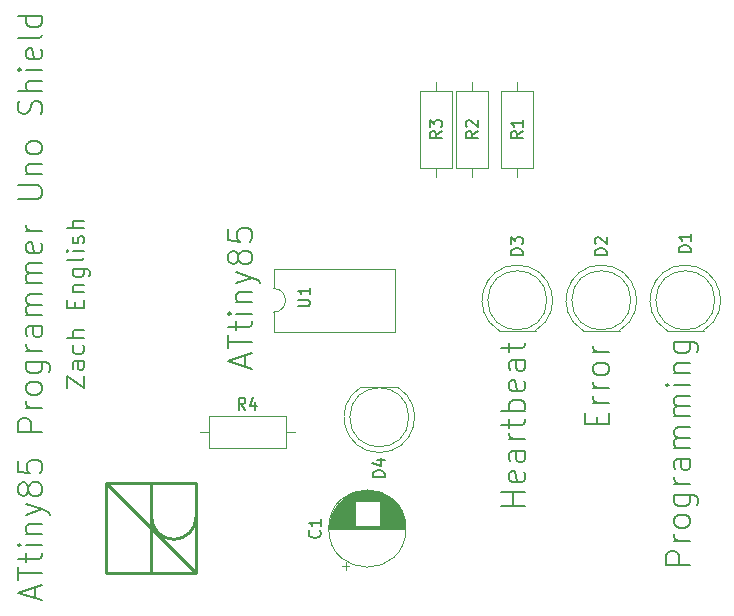
<source format=gbr>
G04 #@! TF.GenerationSoftware,KiCad,Pcbnew,5.1.4+dfsg1-1~bpo10+1*
G04 #@! TF.CreationDate,2021-01-22T14:12:43-08:00*
G04 #@! TF.ProjectId,ATtiny85UnoShield,41547469-6e79-4383-9555-6e6f53686965,rev?*
G04 #@! TF.SameCoordinates,Original*
G04 #@! TF.FileFunction,Legend,Top*
G04 #@! TF.FilePolarity,Positive*
%FSLAX46Y46*%
G04 Gerber Fmt 4.6, Leading zero omitted, Abs format (unit mm)*
G04 Created by KiCad (PCBNEW 5.1.4+dfsg1-1~bpo10+1) date 2021-01-22 14:12:43*
%MOMM*%
%LPD*%
G04 APERTURE LIST*
%ADD10C,0.150000*%
%ADD11C,0.250000*%
%ADD12C,0.120000*%
G04 APERTURE END LIST*
D10*
X108398571Y-83342857D02*
X108398571Y-82342857D01*
X109898571Y-83342857D01*
X109898571Y-82342857D01*
X109898571Y-81128571D02*
X109112857Y-81128571D01*
X108970000Y-81200000D01*
X108898571Y-81342857D01*
X108898571Y-81628571D01*
X108970000Y-81771428D01*
X109827142Y-81128571D02*
X109898571Y-81271428D01*
X109898571Y-81628571D01*
X109827142Y-81771428D01*
X109684285Y-81842857D01*
X109541428Y-81842857D01*
X109398571Y-81771428D01*
X109327142Y-81628571D01*
X109327142Y-81271428D01*
X109255714Y-81128571D01*
X109827142Y-79771428D02*
X109898571Y-79914285D01*
X109898571Y-80200000D01*
X109827142Y-80342857D01*
X109755714Y-80414285D01*
X109612857Y-80485714D01*
X109184285Y-80485714D01*
X109041428Y-80414285D01*
X108970000Y-80342857D01*
X108898571Y-80200000D01*
X108898571Y-79914285D01*
X108970000Y-79771428D01*
X109898571Y-79128571D02*
X108398571Y-79128571D01*
X109898571Y-78485714D02*
X109112857Y-78485714D01*
X108970000Y-78557142D01*
X108898571Y-78700000D01*
X108898571Y-78914285D01*
X108970000Y-79057142D01*
X109041428Y-79128571D01*
X109112857Y-76628571D02*
X109112857Y-76128571D01*
X109898571Y-75914285D02*
X109898571Y-76628571D01*
X108398571Y-76628571D01*
X108398571Y-75914285D01*
X108898571Y-75271428D02*
X109898571Y-75271428D01*
X109041428Y-75271428D02*
X108970000Y-75200000D01*
X108898571Y-75057142D01*
X108898571Y-74842857D01*
X108970000Y-74700000D01*
X109112857Y-74628571D01*
X109898571Y-74628571D01*
X108898571Y-73271428D02*
X110112857Y-73271428D01*
X110255714Y-73342857D01*
X110327142Y-73414285D01*
X110398571Y-73557142D01*
X110398571Y-73771428D01*
X110327142Y-73914285D01*
X109827142Y-73271428D02*
X109898571Y-73414285D01*
X109898571Y-73700000D01*
X109827142Y-73842857D01*
X109755714Y-73914285D01*
X109612857Y-73985714D01*
X109184285Y-73985714D01*
X109041428Y-73914285D01*
X108970000Y-73842857D01*
X108898571Y-73700000D01*
X108898571Y-73414285D01*
X108970000Y-73271428D01*
X109898571Y-72342857D02*
X109827142Y-72485714D01*
X109684285Y-72557142D01*
X108398571Y-72557142D01*
X109898571Y-71771428D02*
X108898571Y-71771428D01*
X108398571Y-71771428D02*
X108470000Y-71842857D01*
X108541428Y-71771428D01*
X108470000Y-71700000D01*
X108398571Y-71771428D01*
X108541428Y-71771428D01*
X109827142Y-71128571D02*
X109898571Y-70985714D01*
X109898571Y-70700000D01*
X109827142Y-70557142D01*
X109684285Y-70485714D01*
X109612857Y-70485714D01*
X109470000Y-70557142D01*
X109398571Y-70700000D01*
X109398571Y-70914285D01*
X109327142Y-71057142D01*
X109184285Y-71128571D01*
X109112857Y-71128571D01*
X108970000Y-71057142D01*
X108898571Y-70914285D01*
X108898571Y-70700000D01*
X108970000Y-70557142D01*
X109898571Y-69842857D02*
X108398571Y-69842857D01*
X109898571Y-69200000D02*
X109112857Y-69200000D01*
X108970000Y-69271428D01*
X108898571Y-69414285D01*
X108898571Y-69628571D01*
X108970000Y-69771428D01*
X109041428Y-69842857D01*
X105743333Y-101168285D02*
X105743333Y-100215904D01*
X106314761Y-101358761D02*
X104314761Y-100692095D01*
X106314761Y-100025428D01*
X104314761Y-99644476D02*
X104314761Y-98501619D01*
X106314761Y-99073047D02*
X104314761Y-99073047D01*
X104981428Y-98120666D02*
X104981428Y-97358761D01*
X104314761Y-97834952D02*
X106029047Y-97834952D01*
X106219523Y-97739714D01*
X106314761Y-97549238D01*
X106314761Y-97358761D01*
X106314761Y-96692095D02*
X104981428Y-96692095D01*
X104314761Y-96692095D02*
X104410000Y-96787333D01*
X104505238Y-96692095D01*
X104410000Y-96596857D01*
X104314761Y-96692095D01*
X104505238Y-96692095D01*
X104981428Y-95739714D02*
X106314761Y-95739714D01*
X105171904Y-95739714D02*
X105076666Y-95644476D01*
X104981428Y-95454000D01*
X104981428Y-95168285D01*
X105076666Y-94977809D01*
X105267142Y-94882571D01*
X106314761Y-94882571D01*
X104981428Y-94120666D02*
X106314761Y-93644476D01*
X104981428Y-93168285D02*
X106314761Y-93644476D01*
X106790952Y-93834952D01*
X106886190Y-93930190D01*
X106981428Y-94120666D01*
X105171904Y-92120666D02*
X105076666Y-92311142D01*
X104981428Y-92406380D01*
X104790952Y-92501619D01*
X104695714Y-92501619D01*
X104505238Y-92406380D01*
X104410000Y-92311142D01*
X104314761Y-92120666D01*
X104314761Y-91739714D01*
X104410000Y-91549238D01*
X104505238Y-91454000D01*
X104695714Y-91358761D01*
X104790952Y-91358761D01*
X104981428Y-91454000D01*
X105076666Y-91549238D01*
X105171904Y-91739714D01*
X105171904Y-92120666D01*
X105267142Y-92311142D01*
X105362380Y-92406380D01*
X105552857Y-92501619D01*
X105933809Y-92501619D01*
X106124285Y-92406380D01*
X106219523Y-92311142D01*
X106314761Y-92120666D01*
X106314761Y-91739714D01*
X106219523Y-91549238D01*
X106124285Y-91454000D01*
X105933809Y-91358761D01*
X105552857Y-91358761D01*
X105362380Y-91454000D01*
X105267142Y-91549238D01*
X105171904Y-91739714D01*
X104314761Y-89549238D02*
X104314761Y-90501619D01*
X105267142Y-90596857D01*
X105171904Y-90501619D01*
X105076666Y-90311142D01*
X105076666Y-89834952D01*
X105171904Y-89644476D01*
X105267142Y-89549238D01*
X105457619Y-89454000D01*
X105933809Y-89454000D01*
X106124285Y-89549238D01*
X106219523Y-89644476D01*
X106314761Y-89834952D01*
X106314761Y-90311142D01*
X106219523Y-90501619D01*
X106124285Y-90596857D01*
X106314761Y-87073047D02*
X104314761Y-87073047D01*
X104314761Y-86311142D01*
X104410000Y-86120666D01*
X104505238Y-86025428D01*
X104695714Y-85930190D01*
X104981428Y-85930190D01*
X105171904Y-86025428D01*
X105267142Y-86120666D01*
X105362380Y-86311142D01*
X105362380Y-87073047D01*
X106314761Y-85073047D02*
X104981428Y-85073047D01*
X105362380Y-85073047D02*
X105171904Y-84977809D01*
X105076666Y-84882571D01*
X104981428Y-84692095D01*
X104981428Y-84501619D01*
X106314761Y-83549238D02*
X106219523Y-83739714D01*
X106124285Y-83834952D01*
X105933809Y-83930190D01*
X105362380Y-83930190D01*
X105171904Y-83834952D01*
X105076666Y-83739714D01*
X104981428Y-83549238D01*
X104981428Y-83263523D01*
X105076666Y-83073047D01*
X105171904Y-82977809D01*
X105362380Y-82882571D01*
X105933809Y-82882571D01*
X106124285Y-82977809D01*
X106219523Y-83073047D01*
X106314761Y-83263523D01*
X106314761Y-83549238D01*
X104981428Y-81168285D02*
X106600476Y-81168285D01*
X106790952Y-81263523D01*
X106886190Y-81358761D01*
X106981428Y-81549238D01*
X106981428Y-81834952D01*
X106886190Y-82025428D01*
X106219523Y-81168285D02*
X106314761Y-81358761D01*
X106314761Y-81739714D01*
X106219523Y-81930190D01*
X106124285Y-82025428D01*
X105933809Y-82120666D01*
X105362380Y-82120666D01*
X105171904Y-82025428D01*
X105076666Y-81930190D01*
X104981428Y-81739714D01*
X104981428Y-81358761D01*
X105076666Y-81168285D01*
X106314761Y-80215904D02*
X104981428Y-80215904D01*
X105362380Y-80215904D02*
X105171904Y-80120666D01*
X105076666Y-80025428D01*
X104981428Y-79834952D01*
X104981428Y-79644476D01*
X106314761Y-78120666D02*
X105267142Y-78120666D01*
X105076666Y-78215904D01*
X104981428Y-78406380D01*
X104981428Y-78787333D01*
X105076666Y-78977809D01*
X106219523Y-78120666D02*
X106314761Y-78311142D01*
X106314761Y-78787333D01*
X106219523Y-78977809D01*
X106029047Y-79073047D01*
X105838571Y-79073047D01*
X105648095Y-78977809D01*
X105552857Y-78787333D01*
X105552857Y-78311142D01*
X105457619Y-78120666D01*
X106314761Y-77168285D02*
X104981428Y-77168285D01*
X105171904Y-77168285D02*
X105076666Y-77073047D01*
X104981428Y-76882571D01*
X104981428Y-76596857D01*
X105076666Y-76406380D01*
X105267142Y-76311142D01*
X106314761Y-76311142D01*
X105267142Y-76311142D02*
X105076666Y-76215904D01*
X104981428Y-76025428D01*
X104981428Y-75739714D01*
X105076666Y-75549238D01*
X105267142Y-75454000D01*
X106314761Y-75454000D01*
X106314761Y-74501619D02*
X104981428Y-74501619D01*
X105171904Y-74501619D02*
X105076666Y-74406380D01*
X104981428Y-74215904D01*
X104981428Y-73930190D01*
X105076666Y-73739714D01*
X105267142Y-73644476D01*
X106314761Y-73644476D01*
X105267142Y-73644476D02*
X105076666Y-73549238D01*
X104981428Y-73358761D01*
X104981428Y-73073047D01*
X105076666Y-72882571D01*
X105267142Y-72787333D01*
X106314761Y-72787333D01*
X106219523Y-71073047D02*
X106314761Y-71263523D01*
X106314761Y-71644476D01*
X106219523Y-71834952D01*
X106029047Y-71930190D01*
X105267142Y-71930190D01*
X105076666Y-71834952D01*
X104981428Y-71644476D01*
X104981428Y-71263523D01*
X105076666Y-71073047D01*
X105267142Y-70977809D01*
X105457619Y-70977809D01*
X105648095Y-71930190D01*
X106314761Y-70120666D02*
X104981428Y-70120666D01*
X105362380Y-70120666D02*
X105171904Y-70025428D01*
X105076666Y-69930190D01*
X104981428Y-69739714D01*
X104981428Y-69549238D01*
X104314761Y-67358761D02*
X105933809Y-67358761D01*
X106124285Y-67263523D01*
X106219523Y-67168285D01*
X106314761Y-66977809D01*
X106314761Y-66596857D01*
X106219523Y-66406380D01*
X106124285Y-66311142D01*
X105933809Y-66215904D01*
X104314761Y-66215904D01*
X104981428Y-65263523D02*
X106314761Y-65263523D01*
X105171904Y-65263523D02*
X105076666Y-65168285D01*
X104981428Y-64977809D01*
X104981428Y-64692095D01*
X105076666Y-64501619D01*
X105267142Y-64406380D01*
X106314761Y-64406380D01*
X106314761Y-63168285D02*
X106219523Y-63358761D01*
X106124285Y-63454000D01*
X105933809Y-63549238D01*
X105362380Y-63549238D01*
X105171904Y-63454000D01*
X105076666Y-63358761D01*
X104981428Y-63168285D01*
X104981428Y-62882571D01*
X105076666Y-62692095D01*
X105171904Y-62596857D01*
X105362380Y-62501619D01*
X105933809Y-62501619D01*
X106124285Y-62596857D01*
X106219523Y-62692095D01*
X106314761Y-62882571D01*
X106314761Y-63168285D01*
X106219523Y-60215904D02*
X106314761Y-59930190D01*
X106314761Y-59454000D01*
X106219523Y-59263523D01*
X106124285Y-59168285D01*
X105933809Y-59073047D01*
X105743333Y-59073047D01*
X105552857Y-59168285D01*
X105457619Y-59263523D01*
X105362380Y-59454000D01*
X105267142Y-59834952D01*
X105171904Y-60025428D01*
X105076666Y-60120666D01*
X104886190Y-60215904D01*
X104695714Y-60215904D01*
X104505238Y-60120666D01*
X104410000Y-60025428D01*
X104314761Y-59834952D01*
X104314761Y-59358761D01*
X104410000Y-59073047D01*
X106314761Y-58215904D02*
X104314761Y-58215904D01*
X106314761Y-57358761D02*
X105267142Y-57358761D01*
X105076666Y-57454000D01*
X104981428Y-57644476D01*
X104981428Y-57930190D01*
X105076666Y-58120666D01*
X105171904Y-58215904D01*
X106314761Y-56406380D02*
X104981428Y-56406380D01*
X104314761Y-56406380D02*
X104410000Y-56501619D01*
X104505238Y-56406380D01*
X104410000Y-56311142D01*
X104314761Y-56406380D01*
X104505238Y-56406380D01*
X106219523Y-54692095D02*
X106314761Y-54882571D01*
X106314761Y-55263523D01*
X106219523Y-55454000D01*
X106029047Y-55549238D01*
X105267142Y-55549238D01*
X105076666Y-55454000D01*
X104981428Y-55263523D01*
X104981428Y-54882571D01*
X105076666Y-54692095D01*
X105267142Y-54596857D01*
X105457619Y-54596857D01*
X105648095Y-55549238D01*
X106314761Y-53454000D02*
X106219523Y-53644476D01*
X106029047Y-53739714D01*
X104314761Y-53739714D01*
X106314761Y-51834952D02*
X104314761Y-51834952D01*
X106219523Y-51834952D02*
X106314761Y-52025428D01*
X106314761Y-52406380D01*
X106219523Y-52596857D01*
X106124285Y-52692095D01*
X105933809Y-52787333D01*
X105362380Y-52787333D01*
X105171904Y-52692095D01*
X105076666Y-52596857D01*
X104981428Y-52406380D01*
X104981428Y-52025428D01*
X105076666Y-51834952D01*
X123523333Y-81549142D02*
X123523333Y-80596761D01*
X124094761Y-81739619D02*
X122094761Y-81072952D01*
X124094761Y-80406285D01*
X122094761Y-80025333D02*
X122094761Y-78882476D01*
X124094761Y-79453904D02*
X122094761Y-79453904D01*
X122761428Y-78501523D02*
X122761428Y-77739619D01*
X122094761Y-78215809D02*
X123809047Y-78215809D01*
X123999523Y-78120571D01*
X124094761Y-77930095D01*
X124094761Y-77739619D01*
X124094761Y-77072952D02*
X122761428Y-77072952D01*
X122094761Y-77072952D02*
X122190000Y-77168190D01*
X122285238Y-77072952D01*
X122190000Y-76977714D01*
X122094761Y-77072952D01*
X122285238Y-77072952D01*
X122761428Y-76120571D02*
X124094761Y-76120571D01*
X122951904Y-76120571D02*
X122856666Y-76025333D01*
X122761428Y-75834857D01*
X122761428Y-75549142D01*
X122856666Y-75358666D01*
X123047142Y-75263428D01*
X124094761Y-75263428D01*
X122761428Y-74501523D02*
X124094761Y-74025333D01*
X122761428Y-73549142D02*
X124094761Y-74025333D01*
X124570952Y-74215809D01*
X124666190Y-74311047D01*
X124761428Y-74501523D01*
X122951904Y-72501523D02*
X122856666Y-72692000D01*
X122761428Y-72787238D01*
X122570952Y-72882476D01*
X122475714Y-72882476D01*
X122285238Y-72787238D01*
X122190000Y-72692000D01*
X122094761Y-72501523D01*
X122094761Y-72120571D01*
X122190000Y-71930095D01*
X122285238Y-71834857D01*
X122475714Y-71739619D01*
X122570952Y-71739619D01*
X122761428Y-71834857D01*
X122856666Y-71930095D01*
X122951904Y-72120571D01*
X122951904Y-72501523D01*
X123047142Y-72692000D01*
X123142380Y-72787238D01*
X123332857Y-72882476D01*
X123713809Y-72882476D01*
X123904285Y-72787238D01*
X123999523Y-72692000D01*
X124094761Y-72501523D01*
X124094761Y-72120571D01*
X123999523Y-71930095D01*
X123904285Y-71834857D01*
X123713809Y-71739619D01*
X123332857Y-71739619D01*
X123142380Y-71834857D01*
X123047142Y-71930095D01*
X122951904Y-72120571D01*
X122094761Y-69930095D02*
X122094761Y-70882476D01*
X123047142Y-70977714D01*
X122951904Y-70882476D01*
X122856666Y-70692000D01*
X122856666Y-70215809D01*
X122951904Y-70025333D01*
X123047142Y-69930095D01*
X123237619Y-69834857D01*
X123713809Y-69834857D01*
X123904285Y-69930095D01*
X123999523Y-70025333D01*
X124094761Y-70215809D01*
X124094761Y-70692000D01*
X123999523Y-70882476D01*
X123904285Y-70977714D01*
X161178761Y-98328571D02*
X159178761Y-98328571D01*
X159178761Y-97566666D01*
X159274000Y-97376190D01*
X159369238Y-97280952D01*
X159559714Y-97185714D01*
X159845428Y-97185714D01*
X160035904Y-97280952D01*
X160131142Y-97376190D01*
X160226380Y-97566666D01*
X160226380Y-98328571D01*
X161178761Y-96328571D02*
X159845428Y-96328571D01*
X160226380Y-96328571D02*
X160035904Y-96233333D01*
X159940666Y-96138095D01*
X159845428Y-95947619D01*
X159845428Y-95757142D01*
X161178761Y-94804761D02*
X161083523Y-94995238D01*
X160988285Y-95090476D01*
X160797809Y-95185714D01*
X160226380Y-95185714D01*
X160035904Y-95090476D01*
X159940666Y-94995238D01*
X159845428Y-94804761D01*
X159845428Y-94519047D01*
X159940666Y-94328571D01*
X160035904Y-94233333D01*
X160226380Y-94138095D01*
X160797809Y-94138095D01*
X160988285Y-94233333D01*
X161083523Y-94328571D01*
X161178761Y-94519047D01*
X161178761Y-94804761D01*
X159845428Y-92423809D02*
X161464476Y-92423809D01*
X161654952Y-92519047D01*
X161750190Y-92614285D01*
X161845428Y-92804761D01*
X161845428Y-93090476D01*
X161750190Y-93280952D01*
X161083523Y-92423809D02*
X161178761Y-92614285D01*
X161178761Y-92995238D01*
X161083523Y-93185714D01*
X160988285Y-93280952D01*
X160797809Y-93376190D01*
X160226380Y-93376190D01*
X160035904Y-93280952D01*
X159940666Y-93185714D01*
X159845428Y-92995238D01*
X159845428Y-92614285D01*
X159940666Y-92423809D01*
X161178761Y-91471428D02*
X159845428Y-91471428D01*
X160226380Y-91471428D02*
X160035904Y-91376190D01*
X159940666Y-91280952D01*
X159845428Y-91090476D01*
X159845428Y-90900000D01*
X161178761Y-89376190D02*
X160131142Y-89376190D01*
X159940666Y-89471428D01*
X159845428Y-89661904D01*
X159845428Y-90042857D01*
X159940666Y-90233333D01*
X161083523Y-89376190D02*
X161178761Y-89566666D01*
X161178761Y-90042857D01*
X161083523Y-90233333D01*
X160893047Y-90328571D01*
X160702571Y-90328571D01*
X160512095Y-90233333D01*
X160416857Y-90042857D01*
X160416857Y-89566666D01*
X160321619Y-89376190D01*
X161178761Y-88423809D02*
X159845428Y-88423809D01*
X160035904Y-88423809D02*
X159940666Y-88328571D01*
X159845428Y-88138095D01*
X159845428Y-87852380D01*
X159940666Y-87661904D01*
X160131142Y-87566666D01*
X161178761Y-87566666D01*
X160131142Y-87566666D02*
X159940666Y-87471428D01*
X159845428Y-87280952D01*
X159845428Y-86995238D01*
X159940666Y-86804761D01*
X160131142Y-86709523D01*
X161178761Y-86709523D01*
X161178761Y-85757142D02*
X159845428Y-85757142D01*
X160035904Y-85757142D02*
X159940666Y-85661904D01*
X159845428Y-85471428D01*
X159845428Y-85185714D01*
X159940666Y-84995238D01*
X160131142Y-84900000D01*
X161178761Y-84900000D01*
X160131142Y-84900000D02*
X159940666Y-84804761D01*
X159845428Y-84614285D01*
X159845428Y-84328571D01*
X159940666Y-84138095D01*
X160131142Y-84042857D01*
X161178761Y-84042857D01*
X161178761Y-83090476D02*
X159845428Y-83090476D01*
X159178761Y-83090476D02*
X159274000Y-83185714D01*
X159369238Y-83090476D01*
X159274000Y-82995238D01*
X159178761Y-83090476D01*
X159369238Y-83090476D01*
X159845428Y-82138095D02*
X161178761Y-82138095D01*
X160035904Y-82138095D02*
X159940666Y-82042857D01*
X159845428Y-81852380D01*
X159845428Y-81566666D01*
X159940666Y-81376190D01*
X160131142Y-81280952D01*
X161178761Y-81280952D01*
X159845428Y-79471428D02*
X161464476Y-79471428D01*
X161654952Y-79566666D01*
X161750190Y-79661904D01*
X161845428Y-79852380D01*
X161845428Y-80138095D01*
X161750190Y-80328571D01*
X161083523Y-79471428D02*
X161178761Y-79661904D01*
X161178761Y-80042857D01*
X161083523Y-80233333D01*
X160988285Y-80328571D01*
X160797809Y-80423809D01*
X160226380Y-80423809D01*
X160035904Y-80328571D01*
X159940666Y-80233333D01*
X159845428Y-80042857D01*
X159845428Y-79661904D01*
X159940666Y-79471428D01*
X153273142Y-86456642D02*
X153273142Y-85789976D01*
X154320761Y-85504261D02*
X154320761Y-86456642D01*
X152320761Y-86456642D01*
X152320761Y-85504261D01*
X154320761Y-84647119D02*
X152987428Y-84647119D01*
X153368380Y-84647119D02*
X153177904Y-84551880D01*
X153082666Y-84456642D01*
X152987428Y-84266166D01*
X152987428Y-84075690D01*
X154320761Y-83409023D02*
X152987428Y-83409023D01*
X153368380Y-83409023D02*
X153177904Y-83313785D01*
X153082666Y-83218547D01*
X152987428Y-83028071D01*
X152987428Y-82837595D01*
X154320761Y-81885214D02*
X154225523Y-82075690D01*
X154130285Y-82170928D01*
X153939809Y-82266166D01*
X153368380Y-82266166D01*
X153177904Y-82170928D01*
X153082666Y-82075690D01*
X152987428Y-81885214D01*
X152987428Y-81599500D01*
X153082666Y-81409023D01*
X153177904Y-81313785D01*
X153368380Y-81218547D01*
X153939809Y-81218547D01*
X154130285Y-81313785D01*
X154225523Y-81409023D01*
X154320761Y-81599500D01*
X154320761Y-81885214D01*
X154320761Y-80361404D02*
X152987428Y-80361404D01*
X153368380Y-80361404D02*
X153177904Y-80266166D01*
X153082666Y-80170928D01*
X152987428Y-79980452D01*
X152987428Y-79789976D01*
X147208761Y-93345500D02*
X145208761Y-93345500D01*
X146161142Y-93345500D02*
X146161142Y-92202642D01*
X147208761Y-92202642D02*
X145208761Y-92202642D01*
X147113523Y-90488357D02*
X147208761Y-90678833D01*
X147208761Y-91059785D01*
X147113523Y-91250261D01*
X146923047Y-91345500D01*
X146161142Y-91345500D01*
X145970666Y-91250261D01*
X145875428Y-91059785D01*
X145875428Y-90678833D01*
X145970666Y-90488357D01*
X146161142Y-90393119D01*
X146351619Y-90393119D01*
X146542095Y-91345500D01*
X147208761Y-88678833D02*
X146161142Y-88678833D01*
X145970666Y-88774071D01*
X145875428Y-88964547D01*
X145875428Y-89345500D01*
X145970666Y-89535976D01*
X147113523Y-88678833D02*
X147208761Y-88869309D01*
X147208761Y-89345500D01*
X147113523Y-89535976D01*
X146923047Y-89631214D01*
X146732571Y-89631214D01*
X146542095Y-89535976D01*
X146446857Y-89345500D01*
X146446857Y-88869309D01*
X146351619Y-88678833D01*
X147208761Y-87726452D02*
X145875428Y-87726452D01*
X146256380Y-87726452D02*
X146065904Y-87631214D01*
X145970666Y-87535976D01*
X145875428Y-87345500D01*
X145875428Y-87155023D01*
X145875428Y-86774071D02*
X145875428Y-86012166D01*
X145208761Y-86488357D02*
X146923047Y-86488357D01*
X147113523Y-86393119D01*
X147208761Y-86202642D01*
X147208761Y-86012166D01*
X147208761Y-85345500D02*
X145208761Y-85345500D01*
X145970666Y-85345500D02*
X145875428Y-85155023D01*
X145875428Y-84774071D01*
X145970666Y-84583595D01*
X146065904Y-84488357D01*
X146256380Y-84393119D01*
X146827809Y-84393119D01*
X147018285Y-84488357D01*
X147113523Y-84583595D01*
X147208761Y-84774071D01*
X147208761Y-85155023D01*
X147113523Y-85345500D01*
X147113523Y-82774071D02*
X147208761Y-82964547D01*
X147208761Y-83345500D01*
X147113523Y-83535976D01*
X146923047Y-83631214D01*
X146161142Y-83631214D01*
X145970666Y-83535976D01*
X145875428Y-83345500D01*
X145875428Y-82964547D01*
X145970666Y-82774071D01*
X146161142Y-82678833D01*
X146351619Y-82678833D01*
X146542095Y-83631214D01*
X147208761Y-80964547D02*
X146161142Y-80964547D01*
X145970666Y-81059785D01*
X145875428Y-81250261D01*
X145875428Y-81631214D01*
X145970666Y-81821690D01*
X147113523Y-80964547D02*
X147208761Y-81155023D01*
X147208761Y-81631214D01*
X147113523Y-81821690D01*
X146923047Y-81916928D01*
X146732571Y-81916928D01*
X146542095Y-81821690D01*
X146446857Y-81631214D01*
X146446857Y-81155023D01*
X146351619Y-80964547D01*
X145875428Y-80297880D02*
X145875428Y-79535976D01*
X145208761Y-80012166D02*
X146923047Y-80012166D01*
X147113523Y-79916928D01*
X147208761Y-79726452D01*
X147208761Y-79535976D01*
D11*
X119354600Y-94284800D02*
G75*
G02X115595400Y-94335600I-1879600J-25400D01*
G01*
X115570000Y-99060000D02*
X115570000Y-91440000D01*
X111760000Y-91440000D02*
X119380000Y-99060000D01*
X111760000Y-91440000D02*
X111760000Y-99060000D01*
X119380000Y-91440000D02*
X111760000Y-91440000D01*
X119380000Y-99060000D02*
X119380000Y-91440000D01*
X116840000Y-99060000D02*
X119380000Y-99060000D01*
X111760000Y-99060000D02*
X116840000Y-99060000D01*
D12*
X131704000Y-98455241D02*
X132334000Y-98455241D01*
X132019000Y-98770241D02*
X132019000Y-98140241D01*
X133456000Y-92029000D02*
X134260000Y-92029000D01*
X133225000Y-92069000D02*
X134491000Y-92069000D01*
X133056000Y-92109000D02*
X134660000Y-92109000D01*
X132918000Y-92149000D02*
X134798000Y-92149000D01*
X132799000Y-92189000D02*
X134917000Y-92189000D01*
X132693000Y-92229000D02*
X135023000Y-92229000D01*
X132596000Y-92269000D02*
X135120000Y-92269000D01*
X132508000Y-92309000D02*
X135208000Y-92309000D01*
X132426000Y-92349000D02*
X135290000Y-92349000D01*
X132349000Y-92389000D02*
X135367000Y-92389000D01*
X132277000Y-92429000D02*
X135439000Y-92429000D01*
X132208000Y-92469000D02*
X135508000Y-92469000D01*
X132144000Y-92509000D02*
X135572000Y-92509000D01*
X132082000Y-92549000D02*
X135634000Y-92549000D01*
X132024000Y-92589000D02*
X135692000Y-92589000D01*
X131968000Y-92629000D02*
X135748000Y-92629000D01*
X131914000Y-92669000D02*
X135802000Y-92669000D01*
X131863000Y-92709000D02*
X135853000Y-92709000D01*
X131814000Y-92749000D02*
X135902000Y-92749000D01*
X131766000Y-92789000D02*
X135950000Y-92789000D01*
X131721000Y-92829000D02*
X135995000Y-92829000D01*
X131676000Y-92869000D02*
X136040000Y-92869000D01*
X131634000Y-92909000D02*
X136082000Y-92909000D01*
X131593000Y-92949000D02*
X136123000Y-92949000D01*
X134898000Y-92989000D02*
X136163000Y-92989000D01*
X131553000Y-92989000D02*
X132818000Y-92989000D01*
X134898000Y-93029000D02*
X136201000Y-93029000D01*
X131515000Y-93029000D02*
X132818000Y-93029000D01*
X134898000Y-93069000D02*
X136238000Y-93069000D01*
X131478000Y-93069000D02*
X132818000Y-93069000D01*
X134898000Y-93109000D02*
X136274000Y-93109000D01*
X131442000Y-93109000D02*
X132818000Y-93109000D01*
X134898000Y-93149000D02*
X136308000Y-93149000D01*
X131408000Y-93149000D02*
X132818000Y-93149000D01*
X134898000Y-93189000D02*
X136342000Y-93189000D01*
X131374000Y-93189000D02*
X132818000Y-93189000D01*
X134898000Y-93229000D02*
X136374000Y-93229000D01*
X131342000Y-93229000D02*
X132818000Y-93229000D01*
X134898000Y-93269000D02*
X136406000Y-93269000D01*
X131310000Y-93269000D02*
X132818000Y-93269000D01*
X134898000Y-93309000D02*
X136436000Y-93309000D01*
X131280000Y-93309000D02*
X132818000Y-93309000D01*
X134898000Y-93349000D02*
X136465000Y-93349000D01*
X131251000Y-93349000D02*
X132818000Y-93349000D01*
X134898000Y-93389000D02*
X136494000Y-93389000D01*
X131222000Y-93389000D02*
X132818000Y-93389000D01*
X134898000Y-93429000D02*
X136522000Y-93429000D01*
X131194000Y-93429000D02*
X132818000Y-93429000D01*
X134898000Y-93469000D02*
X136548000Y-93469000D01*
X131168000Y-93469000D02*
X132818000Y-93469000D01*
X134898000Y-93509000D02*
X136574000Y-93509000D01*
X131142000Y-93509000D02*
X132818000Y-93509000D01*
X134898000Y-93549000D02*
X136600000Y-93549000D01*
X131116000Y-93549000D02*
X132818000Y-93549000D01*
X134898000Y-93589000D02*
X136624000Y-93589000D01*
X131092000Y-93589000D02*
X132818000Y-93589000D01*
X134898000Y-93629000D02*
X136648000Y-93629000D01*
X131068000Y-93629000D02*
X132818000Y-93629000D01*
X134898000Y-93669000D02*
X136670000Y-93669000D01*
X131046000Y-93669000D02*
X132818000Y-93669000D01*
X134898000Y-93709000D02*
X136692000Y-93709000D01*
X131024000Y-93709000D02*
X132818000Y-93709000D01*
X134898000Y-93749000D02*
X136714000Y-93749000D01*
X131002000Y-93749000D02*
X132818000Y-93749000D01*
X134898000Y-93789000D02*
X136734000Y-93789000D01*
X130982000Y-93789000D02*
X132818000Y-93789000D01*
X134898000Y-93829000D02*
X136754000Y-93829000D01*
X130962000Y-93829000D02*
X132818000Y-93829000D01*
X134898000Y-93869000D02*
X136774000Y-93869000D01*
X130942000Y-93869000D02*
X132818000Y-93869000D01*
X134898000Y-93909000D02*
X136792000Y-93909000D01*
X130924000Y-93909000D02*
X132818000Y-93909000D01*
X134898000Y-93949000D02*
X136810000Y-93949000D01*
X130906000Y-93949000D02*
X132818000Y-93949000D01*
X134898000Y-93989000D02*
X136828000Y-93989000D01*
X130888000Y-93989000D02*
X132818000Y-93989000D01*
X134898000Y-94029000D02*
X136844000Y-94029000D01*
X130872000Y-94029000D02*
X132818000Y-94029000D01*
X134898000Y-94069000D02*
X136860000Y-94069000D01*
X130856000Y-94069000D02*
X132818000Y-94069000D01*
X134898000Y-94109000D02*
X136876000Y-94109000D01*
X130840000Y-94109000D02*
X132818000Y-94109000D01*
X134898000Y-94149000D02*
X136891000Y-94149000D01*
X130825000Y-94149000D02*
X132818000Y-94149000D01*
X134898000Y-94189000D02*
X136905000Y-94189000D01*
X130811000Y-94189000D02*
X132818000Y-94189000D01*
X134898000Y-94229000D02*
X136919000Y-94229000D01*
X130797000Y-94229000D02*
X132818000Y-94229000D01*
X134898000Y-94269000D02*
X136932000Y-94269000D01*
X130784000Y-94269000D02*
X132818000Y-94269000D01*
X134898000Y-94309000D02*
X136944000Y-94309000D01*
X130772000Y-94309000D02*
X132818000Y-94309000D01*
X134898000Y-94349000D02*
X136956000Y-94349000D01*
X130760000Y-94349000D02*
X132818000Y-94349000D01*
X134898000Y-94389000D02*
X136968000Y-94389000D01*
X130748000Y-94389000D02*
X132818000Y-94389000D01*
X134898000Y-94429000D02*
X136979000Y-94429000D01*
X130737000Y-94429000D02*
X132818000Y-94429000D01*
X134898000Y-94469000D02*
X136989000Y-94469000D01*
X130727000Y-94469000D02*
X132818000Y-94469000D01*
X134898000Y-94509000D02*
X136999000Y-94509000D01*
X130717000Y-94509000D02*
X132818000Y-94509000D01*
X134898000Y-94549000D02*
X137008000Y-94549000D01*
X130708000Y-94549000D02*
X132818000Y-94549000D01*
X134898000Y-94590000D02*
X137017000Y-94590000D01*
X130699000Y-94590000D02*
X132818000Y-94590000D01*
X134898000Y-94630000D02*
X137025000Y-94630000D01*
X130691000Y-94630000D02*
X132818000Y-94630000D01*
X134898000Y-94670000D02*
X137033000Y-94670000D01*
X130683000Y-94670000D02*
X132818000Y-94670000D01*
X134898000Y-94710000D02*
X137040000Y-94710000D01*
X130676000Y-94710000D02*
X132818000Y-94710000D01*
X134898000Y-94750000D02*
X137047000Y-94750000D01*
X130669000Y-94750000D02*
X132818000Y-94750000D01*
X134898000Y-94790000D02*
X137053000Y-94790000D01*
X130663000Y-94790000D02*
X132818000Y-94790000D01*
X134898000Y-94830000D02*
X137059000Y-94830000D01*
X130657000Y-94830000D02*
X132818000Y-94830000D01*
X134898000Y-94870000D02*
X137064000Y-94870000D01*
X130652000Y-94870000D02*
X132818000Y-94870000D01*
X134898000Y-94910000D02*
X137069000Y-94910000D01*
X130647000Y-94910000D02*
X132818000Y-94910000D01*
X134898000Y-94950000D02*
X137073000Y-94950000D01*
X130643000Y-94950000D02*
X132818000Y-94950000D01*
X134898000Y-94990000D02*
X137076000Y-94990000D01*
X130640000Y-94990000D02*
X132818000Y-94990000D01*
X134898000Y-95030000D02*
X137080000Y-95030000D01*
X130636000Y-95030000D02*
X132818000Y-95030000D01*
X130634000Y-95070000D02*
X137082000Y-95070000D01*
X130631000Y-95110000D02*
X137085000Y-95110000D01*
X130630000Y-95150000D02*
X137086000Y-95150000D01*
X130628000Y-95190000D02*
X137088000Y-95190000D01*
X130628000Y-95230000D02*
X137088000Y-95230000D01*
X130628000Y-95270000D02*
X137088000Y-95270000D01*
X137128000Y-95270000D02*
G75*
G03X137128000Y-95270000I-3270000J0D01*
G01*
X125924000Y-73296000D02*
X125924000Y-74946000D01*
X136204000Y-73296000D02*
X125924000Y-73296000D01*
X136204000Y-78596000D02*
X136204000Y-73296000D01*
X125924000Y-78596000D02*
X136204000Y-78596000D01*
X125924000Y-76946000D02*
X125924000Y-78596000D01*
X125924000Y-74946000D02*
G75*
G02X125924000Y-76946000I0J-1000000D01*
G01*
X127738000Y-87122000D02*
X126968000Y-87122000D01*
X119658000Y-87122000D02*
X120428000Y-87122000D01*
X126968000Y-85752000D02*
X120428000Y-85752000D01*
X126968000Y-88492000D02*
X126968000Y-85752000D01*
X120428000Y-88492000D02*
X126968000Y-88492000D01*
X120428000Y-85752000D02*
X120428000Y-88492000D01*
X139700000Y-65508000D02*
X139700000Y-64738000D01*
X139700000Y-57428000D02*
X139700000Y-58198000D01*
X141070000Y-64738000D02*
X141070000Y-58198000D01*
X138330000Y-64738000D02*
X141070000Y-64738000D01*
X138330000Y-58198000D02*
X138330000Y-64738000D01*
X141070000Y-58198000D02*
X138330000Y-58198000D01*
X142748000Y-65508000D02*
X142748000Y-64738000D01*
X142748000Y-57428000D02*
X142748000Y-58198000D01*
X144118000Y-64738000D02*
X144118000Y-58198000D01*
X141378000Y-64738000D02*
X144118000Y-64738000D01*
X141378000Y-58198000D02*
X141378000Y-64738000D01*
X144118000Y-58198000D02*
X141378000Y-58198000D01*
X146558000Y-65508000D02*
X146558000Y-64738000D01*
X146558000Y-57428000D02*
X146558000Y-58198000D01*
X147928000Y-64738000D02*
X147928000Y-58198000D01*
X145188000Y-64738000D02*
X147928000Y-64738000D01*
X145188000Y-58198000D02*
X145188000Y-64738000D01*
X147928000Y-58198000D02*
X145188000Y-58198000D01*
X136419000Y-83292000D02*
X133329000Y-83292000D01*
X137374000Y-85852000D02*
G75*
G03X137374000Y-85852000I-2500000J0D01*
G01*
X134874462Y-88842000D02*
G75*
G02X133329170Y-83292000I-462J2990000D01*
G01*
X134873538Y-88842000D02*
G75*
G03X136418830Y-83292000I462J2990000D01*
G01*
X145013000Y-78506000D02*
X148103000Y-78506000D01*
X149058000Y-75946000D02*
G75*
G03X149058000Y-75946000I-2500000J0D01*
G01*
X146557538Y-72956000D02*
G75*
G02X148102830Y-78506000I462J-2990000D01*
G01*
X146558462Y-72956000D02*
G75*
G03X145013170Y-78506000I-462J-2990000D01*
G01*
X152125000Y-78506000D02*
X155215000Y-78506000D01*
X156170000Y-75946000D02*
G75*
G03X156170000Y-75946000I-2500000J0D01*
G01*
X153669538Y-72956000D02*
G75*
G02X155214830Y-78506000I462J-2990000D01*
G01*
X153670462Y-72956000D02*
G75*
G03X152125170Y-78506000I-462J-2990000D01*
G01*
X159237000Y-78506000D02*
X162327000Y-78506000D01*
X163282000Y-75946000D02*
G75*
G03X163282000Y-75946000I-2500000J0D01*
G01*
X160781538Y-72956000D02*
G75*
G02X162326830Y-78506000I462J-2990000D01*
G01*
X160782462Y-72956000D02*
G75*
G03X159237170Y-78506000I-462J-2990000D01*
G01*
D10*
X129815142Y-95436666D02*
X129862761Y-95484285D01*
X129910380Y-95627142D01*
X129910380Y-95722380D01*
X129862761Y-95865238D01*
X129767523Y-95960476D01*
X129672285Y-96008095D01*
X129481809Y-96055714D01*
X129338952Y-96055714D01*
X129148476Y-96008095D01*
X129053238Y-95960476D01*
X128958000Y-95865238D01*
X128910380Y-95722380D01*
X128910380Y-95627142D01*
X128958000Y-95484285D01*
X129005619Y-95436666D01*
X129910380Y-94484285D02*
X129910380Y-95055714D01*
X129910380Y-94770000D02*
X128910380Y-94770000D01*
X129053238Y-94865238D01*
X129148476Y-94960476D01*
X129196095Y-95055714D01*
X127976380Y-76453904D02*
X128785904Y-76453904D01*
X128881142Y-76406285D01*
X128928761Y-76358666D01*
X128976380Y-76263428D01*
X128976380Y-76072952D01*
X128928761Y-75977714D01*
X128881142Y-75930095D01*
X128785904Y-75882476D01*
X127976380Y-75882476D01*
X128976380Y-74882476D02*
X128976380Y-75453904D01*
X128976380Y-75168190D02*
X127976380Y-75168190D01*
X128119238Y-75263428D01*
X128214476Y-75358666D01*
X128262095Y-75453904D01*
X123531333Y-85204380D02*
X123198000Y-84728190D01*
X122959904Y-85204380D02*
X122959904Y-84204380D01*
X123340857Y-84204380D01*
X123436095Y-84252000D01*
X123483714Y-84299619D01*
X123531333Y-84394857D01*
X123531333Y-84537714D01*
X123483714Y-84632952D01*
X123436095Y-84680571D01*
X123340857Y-84728190D01*
X122959904Y-84728190D01*
X124388476Y-84537714D02*
X124388476Y-85204380D01*
X124150380Y-84156761D02*
X123912285Y-84871047D01*
X124531333Y-84871047D01*
X140152380Y-61634666D02*
X139676190Y-61968000D01*
X140152380Y-62206095D02*
X139152380Y-62206095D01*
X139152380Y-61825142D01*
X139200000Y-61729904D01*
X139247619Y-61682285D01*
X139342857Y-61634666D01*
X139485714Y-61634666D01*
X139580952Y-61682285D01*
X139628571Y-61729904D01*
X139676190Y-61825142D01*
X139676190Y-62206095D01*
X139152380Y-61301333D02*
X139152380Y-60682285D01*
X139533333Y-61015619D01*
X139533333Y-60872761D01*
X139580952Y-60777523D01*
X139628571Y-60729904D01*
X139723809Y-60682285D01*
X139961904Y-60682285D01*
X140057142Y-60729904D01*
X140104761Y-60777523D01*
X140152380Y-60872761D01*
X140152380Y-61158476D01*
X140104761Y-61253714D01*
X140057142Y-61301333D01*
X143200380Y-61634666D02*
X142724190Y-61968000D01*
X143200380Y-62206095D02*
X142200380Y-62206095D01*
X142200380Y-61825142D01*
X142248000Y-61729904D01*
X142295619Y-61682285D01*
X142390857Y-61634666D01*
X142533714Y-61634666D01*
X142628952Y-61682285D01*
X142676571Y-61729904D01*
X142724190Y-61825142D01*
X142724190Y-62206095D01*
X142295619Y-61253714D02*
X142248000Y-61206095D01*
X142200380Y-61110857D01*
X142200380Y-60872761D01*
X142248000Y-60777523D01*
X142295619Y-60729904D01*
X142390857Y-60682285D01*
X142486095Y-60682285D01*
X142628952Y-60729904D01*
X143200380Y-61301333D01*
X143200380Y-60682285D01*
X147010380Y-61634666D02*
X146534190Y-61968000D01*
X147010380Y-62206095D02*
X146010380Y-62206095D01*
X146010380Y-61825142D01*
X146058000Y-61729904D01*
X146105619Y-61682285D01*
X146200857Y-61634666D01*
X146343714Y-61634666D01*
X146438952Y-61682285D01*
X146486571Y-61729904D01*
X146534190Y-61825142D01*
X146534190Y-62206095D01*
X147010380Y-60682285D02*
X147010380Y-61253714D01*
X147010380Y-60968000D02*
X146010380Y-60968000D01*
X146153238Y-61063238D01*
X146248476Y-61158476D01*
X146296095Y-61253714D01*
X135326380Y-90908095D02*
X134326380Y-90908095D01*
X134326380Y-90670000D01*
X134374000Y-90527142D01*
X134469238Y-90431904D01*
X134564476Y-90384285D01*
X134754952Y-90336666D01*
X134897809Y-90336666D01*
X135088285Y-90384285D01*
X135183523Y-90431904D01*
X135278761Y-90527142D01*
X135326380Y-90670000D01*
X135326380Y-90908095D01*
X134659714Y-89479523D02*
X135326380Y-89479523D01*
X134278761Y-89717619D02*
X134993047Y-89955714D01*
X134993047Y-89336666D01*
X147010380Y-72112095D02*
X146010380Y-72112095D01*
X146010380Y-71874000D01*
X146058000Y-71731142D01*
X146153238Y-71635904D01*
X146248476Y-71588285D01*
X146438952Y-71540666D01*
X146581809Y-71540666D01*
X146772285Y-71588285D01*
X146867523Y-71635904D01*
X146962761Y-71731142D01*
X147010380Y-71874000D01*
X147010380Y-72112095D01*
X146010380Y-71207333D02*
X146010380Y-70588285D01*
X146391333Y-70921619D01*
X146391333Y-70778761D01*
X146438952Y-70683523D01*
X146486571Y-70635904D01*
X146581809Y-70588285D01*
X146819904Y-70588285D01*
X146915142Y-70635904D01*
X146962761Y-70683523D01*
X147010380Y-70778761D01*
X147010380Y-71064476D01*
X146962761Y-71159714D01*
X146915142Y-71207333D01*
X154122380Y-72112095D02*
X153122380Y-72112095D01*
X153122380Y-71874000D01*
X153170000Y-71731142D01*
X153265238Y-71635904D01*
X153360476Y-71588285D01*
X153550952Y-71540666D01*
X153693809Y-71540666D01*
X153884285Y-71588285D01*
X153979523Y-71635904D01*
X154074761Y-71731142D01*
X154122380Y-71874000D01*
X154122380Y-72112095D01*
X153217619Y-71159714D02*
X153170000Y-71112095D01*
X153122380Y-71016857D01*
X153122380Y-70778761D01*
X153170000Y-70683523D01*
X153217619Y-70635904D01*
X153312857Y-70588285D01*
X153408095Y-70588285D01*
X153550952Y-70635904D01*
X154122380Y-71207333D01*
X154122380Y-70588285D01*
X161234380Y-71858095D02*
X160234380Y-71858095D01*
X160234380Y-71620000D01*
X160282000Y-71477142D01*
X160377238Y-71381904D01*
X160472476Y-71334285D01*
X160662952Y-71286666D01*
X160805809Y-71286666D01*
X160996285Y-71334285D01*
X161091523Y-71381904D01*
X161186761Y-71477142D01*
X161234380Y-71620000D01*
X161234380Y-71858095D01*
X161234380Y-70334285D02*
X161234380Y-70905714D01*
X161234380Y-70620000D02*
X160234380Y-70620000D01*
X160377238Y-70715238D01*
X160472476Y-70810476D01*
X160520095Y-70905714D01*
M02*

</source>
